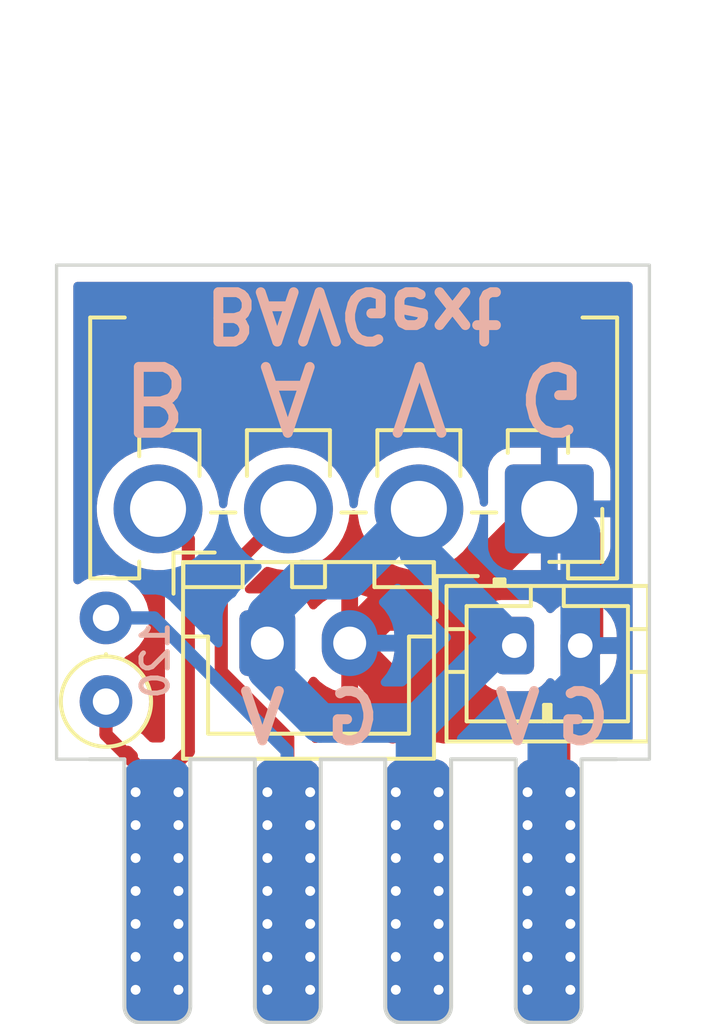
<source format=kicad_pcb>
(kicad_pcb (version 20211014) (generator pcbnew)
  (layers (0 "F.Cu" signal) (31 "B.Cu" signal) (34 "B.Paste" user) (35 "F.Paste" user) (36 "B.SilkS" user "B.Silkscreen") (37 "F.SilkS" user "F.Silkscreen") (38 "B.Mask" user) (39 "F.Mask" user) (44 "Edge.Cuts" user))
  (net 0 "")
  (net 1 "/G")
  (net 2 "/V")
  (net 3 "/A")
  (net 4 "/B")
  (footprint "Resistor_THT:R_Axial_DIN0207_L6.3mm_D2.5mm_P2.54mm_Vertical" (layer "F.Cu") (at 1.5 13.25 90)
    (fp_text reference "R1" hide)
    (fp_text value "120")
    (fp_line (start 1.37 0) (end 1.44 0) (layer "F.SilkS") (width 0.12))
    (fp_circle (center 0 0) (end 1.37 0) (layer "F.SilkS") (width 0.12) (fill none))
    (pad "1" thru_hole circle locked (at 0 0 90) (size 1.6 1.6) (drill 0.8) (layers *.Cu *.Mask) (net 4 "/B"))
    (pad "2" thru_hole oval locked (at 2.54 0 90) (size 1.6 1.6) (drill 0.8) (layers *.Cu *.Mask) (net 3 "/A"))
  )
  (footprint "Connector_JST:JST_XH_B2B-XH-A_1x02_P2.50mm_Vertical" (layer "F.Cu") (at 6.4 11.475)
    (fp_text reference "J4" hide)
    (fp_text value "Conn_01x02")
    (fp_line (start 5.05 -1.7) (end 5.05 -2.45) (layer "F.SilkS") (width 0.12))
    (fp_line (start 5.06 3.51) (end 5.06 -2.46) (layer "F.SilkS") (width 0.12))
    (fp_line (start -2.55 -2.45) (end -2.55 -1.7) (layer "F.SilkS") (width 0.12))
    (fp_line (start 5.06 -2.46) (end -2.56 -2.46) (layer "F.SilkS") (width 0.12))
    (fp_line (start -2.56 3.51) (end 5.06 3.51) (layer "F.SilkS") (width 0.12))
    (fp_line (start -2.55 -0.2) (end -1.8 -0.2) (layer "F.SilkS") (width 0.12))
    (fp_line (start -1.8 2.75) (end 1.25 2.75) (layer "F.SilkS") (width 0.12))
    (fp_line (start -2.55 -1.7) (end -0.75 -1.7) (layer "F.SilkS") (width 0.12))
    (fp_line (start 1.75 -1.7) (end 1.75 -2.45) (layer "F.SilkS") (width 0.12))
    (fp_line (start 0.75 -2.45) (end 0.75 -1.7) (layer "F.SilkS") (width 0.12))
    (fp_line (start 1.75 -2.45) (end 0.75 -2.45) (layer "F.SilkS") (width 0.12))
    (fp_line (start -1.8 -0.2) (end -1.8 2.75) (layer "F.SilkS") (width 0.12))
    (fp_line (start 4.3 -0.2) (end 4.3 2.75) (layer "F.SilkS") (width 0.12))
    (fp_line (start -0.75 -1.7) (end -0.75 -2.45) (layer "F.SilkS") (width 0.12))
    (fp_line (start 3.25 -2.45) (end 3.25 -1.7) (layer "F.SilkS") (width 0.12))
    (fp_line (start 5.05 -0.2) (end 4.3 -0.2) (layer "F.SilkS") (width 0.12))
    (fp_line (start 0.75 -1.7) (end 1.75 -1.7) (layer "F.SilkS") (width 0.12))
    (fp_line (start -1.6 -2.75) (end -2.85 -2.75) (layer "F.SilkS") (width 0.12))
    (fp_line (start -0.75 -2.45) (end -2.55 -2.45) (layer "F.SilkS") (width 0.12))
    (fp_line (start -2.85 -2.75) (end -2.85 -1.5) (layer "F.SilkS") (width 0.12))
    (fp_line (start 3.25 -1.7) (end 5.05 -1.7) (layer "F.SilkS") (width 0.12))
    (fp_line (start -2.56 -2.46) (end -2.56 3.51) (layer "F.SilkS") (width 0.12))
    (fp_line (start 5.05 -2.45) (end 3.25 -2.45) (layer "F.SilkS") (width 0.12))
    (fp_line (start 4.3 2.75) (end 1.25 2.75) (layer "F.SilkS") (width 0.12))
    (pad "1" thru_hole roundrect locked (at 0 0) (size 1.7 2) (drill 1) (layers *.Cu *.Mask) (roundrect_rratio 0.1470588235) (net 2 "/V"))
    (pad "2" thru_hole oval locked (at 2.5 0) (size 1.7 2) (drill 1) (layers *.Cu *.Mask) (net 1 "/G"))
  )
  (footprint "Connector_JST:JST_PH_B2B-PH-K_1x02_P2.00mm_Vertical" (layer "F.Cu") (at 13.9 11.55)
    (fp_text reference "J3" hide)
    (fp_text value "Conn_01x02")
    (fp_line (start 3.45 -1.2) (end 1.5 -1.2) (layer "F.SilkS") (width 0.12))
    (fp_line (start 1 2.3) (end 1 1.8) (layer "F.SilkS") (width 0.12))
    (fp_line (start -1.45 2.3) (end 3.45 2.3) (layer "F.SilkS") (width 0.12))
    (fp_line (start -2.06 2.91) (end 4.06 2.91) (layer "F.SilkS") (width 0.12))
    (fp_line (start -2.06 -1.81) (end -2.06 2.91) (layer "F.SilkS") (width 0.12))
    (fp_line (start -2.06 0.8) (end -1.45 0.8) (layer "F.SilkS") (width 0.12))
    (fp_line (start -1.11 -2.11) (end -2.36 -2.11) (layer "F.SilkS") (width 0.12))
    (fp_line (start 0.5 -1.81) (end 0.5 -1.2) (layer "F.SilkS") (width 0.12))
    (fp_line (start 3.45 2.3) (end 3.45 -1.2) (layer "F.SilkS") (width 0.12))
    (fp_line (start 4.06 -0.5) (end 3.45 -0.5) (layer "F.SilkS") (width 0.12))
    (fp_line (start -0.3 -2.01) (end -0.6 -2.01) (layer "F.SilkS") (width 0.12))
    (fp_line (start -0.3 -1.81) (end -0.3 -2.01) (layer "F.SilkS") (width 0.12))
    (fp_line (start 1.1 1.8) (end 1.1 2.3) (layer "F.SilkS") (width 0.12))
    (fp_line (start 0.9 1.8) (end 1.1 1.8) (layer "F.SilkS") (width 0.12))
    (fp_line (start -2.36 -2.11) (end -2.36 -0.86) (layer "F.SilkS") (width 0.12))
    (fp_line (start 4.06 -1.81) (end -2.06 -1.81) (layer "F.SilkS") (width 0.12))
    (fp_line (start 1.5 -1.2) (end 1.5 -1.81) (layer "F.SilkS") (width 0.12))
    (fp_line (start 0.9 2.3) (end 0.9 1.8) (layer "F.SilkS") (width 0.12))
    (fp_line (start -0.3 -1.91) (end -0.6 -1.91) (layer "F.SilkS") (width 0.12))
    (fp_line (start 4.06 0.8) (end 3.45 0.8) (layer "F.SilkS") (width 0.12))
    (fp_line (start -2.06 -0.5) (end -1.45 -0.5) (layer "F.SilkS") (width 0.12))
    (fp_line (start -1.45 -1.2) (end -1.45 2.3) (layer "F.SilkS") (width 0.12))
    (fp_line (start 4.06 2.91) (end 4.06 -1.81) (layer "F.SilkS") (width 0.12))
    (fp_line (start 0.5 -1.2) (end -1.45 -1.2) (layer "F.SilkS") (width 0.12))
    (fp_line (start -0.6 -2.01) (end -0.6 -1.81) (layer "F.SilkS") (width 0.12))
    (pad "1" thru_hole roundrect locked (at 0 0) (size 1.2 1.75) (drill 0.75) (layers *.Cu *.Mask) (roundrect_rratio 0.2083333333) (net 2 "/V"))
    (pad "2" thru_hole oval locked (at 2 0) (size 1.2 1.75) (drill 0.75) (layers *.Cu *.Mask) (net 1 "/G"))
  )
  (footprint "akita:CON_BAVG" (layer "F.Cu") (at 9 19 180)
    (fp_text reference "J2" hide)
    (fp_text value "Conn_01x04")
    (fp_line (start 2.98 -3.5) (end 2.98 4) (layer "Edge.Cuts") (width 0.12))
    (fp_line (start 6.94 4) (end 8 4) (layer "Edge.Cuts") (width 0.12))
    (fp_line (start -4.94 4) (end -2.98 4) (layer "Edge.Cuts") (width 0.12))
    (fp_line (start -2.48 -4) (end -1.48 -4) (layer "Edge.Cuts") (width 0.12))
    (fp_line (start 1.48 -4) (end 2.48 -4) (layer "Edge.Cuts") (width 0.12))
    (fp_line (start 2.98 4) (end 4.94 4) (layer "Edge.Cuts") (width 0.12))
    (fp_line (start -8 4) (end -6.95 4) (layer "Edge.Cuts") (width 0.12))
    (fp_line (start -4.94 -3.5) (end -4.94 4) (layer "Edge.Cuts") (width 0.12))
    (fp_line (start 4.94 4) (end 4.94 -3.5) (layer "Edge.Cuts") (width 0.12))
    (fp_line (start 0.98 4) (end 0.98 -3.5) (layer "Edge.Cuts") (width 0.12))
    (fp_line (start 5.44 -4) (end 6.44 -4) (layer "Edge.Cuts") (width 0.12))
    (fp_line (start -2.98 4) (end -2.98 -3.5) (layer "Edge.Cuts") (width 0.12))
    (fp_line (start -6.44 -4) (end -5.41 -4) (layer "Edge.Cuts") (width 0.12))
    (fp_line (start -6.94 4) (end -6.94 -3.5) (layer "Edge.Cuts") (width 0.12))
    (fp_line (start 6.94 -3.5) (end 6.94 4) (layer "Edge.Cuts") (width 0.12))
    (fp_line (start -0.98 -3.5) (end -0.98 4) (layer "Edge.Cuts") (width 0.12))
    (fp_line (start -0.98 4) (end 0.98 4) (layer "Edge.Cuts") (width 0.12))
    (fp_arc (start 4.94 -3.5) (mid 5.086447 -3.853553) (end 5.44 -4) (layer "Edge.Cuts") (width 0.12))
    (fp_arc (start -6.94 -3.5) (mid -6.793553 -3.853553) (end -6.44 -4) (layer "Edge.Cuts") (width 0.12))
    (fp_arc (start 2.48 -4) (mid 2.833553 -3.853553) (end 2.98 -3.5) (layer "Edge.Cuts") (width 0.12))
    (fp_arc (start -1.48 -4) (mid -1.126447 -3.853553) (end -0.98 -3.5) (layer "Edge.Cuts") (width 0.12))
    (fp_arc (start -5.44 -4) (mid -5.086447 -3.853553) (end -4.94 -3.5) (layer "Edge.Cuts") (width 0.12))
    (fp_arc (start 6.44 -4) (mid 6.793553 -3.853553) (end 6.94 -3.5) (layer "Edge.Cuts") (width 0.12))
    (fp_arc (start 0.98 -3.5) (mid 1.126447 -3.853553) (end 1.48 -4) (layer "Edge.Cuts") (width 0.12))
    (fp_arc (start -2.98 -3.5) (mid -2.833553 -3.853553) (end -2.48 -4) (layer "Edge.Cuts") (width 0.12))
    (pad "1" thru_hole circle (at -6.6 -3 180) (size 0.6 0.6) (drill 0.3) (layers *.Cu *.Mask) (net 1 "/G"))
    (pad "1" thru_hole circle (at -6.6 -2 180) (size 0.6 0.6) (drill 0.3) (layers *.Cu *.Mask) (net 1 "/G"))
    (pad "1" thru_hole circle (at -5.3 3 180) (size 0.6 0.6) (drill 0.3) (layers *.Cu *.Mask) (net 1 "/G"))
    (pad "1" thru_hole circle (at -6.6 3 180) (size 0.6 0.6) (drill 0.3) (layers *.Cu *.Mask) (net 1 "/G"))
    (pad "1" smd roundrect (at -5.94 0) (size 2 8) (layers "F.Cu" "F.Paste" "F.Mask") (net 1 "/G"))
    (pad "1" thru_hole circle (at -6.6 -1 180) (size 0.6 0.6) (drill 0.3) (layers *.Cu *.Mask) (net 1 "/G"))
    (pad "1" thru_hole circle (at -6.6 0 180) (size 0.6 0.6) (drill 0.3) (layers *.Cu *.Mask) (net 1 "/G"))
    (pad "1" thru_hole circle (at -5.3 2 180) (size 0.6 0.6) (drill 0.3) (layers *.Cu *.Mask) (net 1 "/G"))
    (pad "1" smd roundrect (at -5.94 0) (size 2 8) (layers "B.Cu" "B.Paste" "B.Mask") (net 1 "/G"))
    (pad "1" thru_hole circle (at -6.6 1 180) (size 0.6 0.6) (drill 0.3) (layers *.Cu *.Mask) (net 1 "/G"))
    (pad "1" thru_hole circle (at -5.3 -2 180) (size 0.6 0.6) (drill 0.3) (layers *.Cu *.Mask) (net 1 "/G"))
    (pad "1" thru_hole circle (at -5.3 1 180) (size 0.6 0.6) (drill 0.3) (layers *.Cu *.Mask) (net 1 "/G"))
    (pad "1" thru_hole circle (at -5.3 -1 180) (size 0.6 0.6) (drill 0.3) (layers *.Cu *.Mask) (net 1 "/G"))
    (pad "1" thru_hole circle (at -6.6 2 180) (size 0.6 0.6) (drill 0.3) (layers *.Cu *.Mask) (net 1 "/G"))
    (pad "1" thru_hole circle (at -5.3 0 180) (size 0.6 0.6) (drill 0.3) (layers *.Cu *.Mask) (net 1 "/G"))
    (pad "1" thru_hole circle (at -5.3 -3 180) (size 0.6 0.6) (drill 0.3) (layers *.Cu *.Mask) (net 1 "/G"))
    (pad "2" thru_hole circle (at -2.6 -2 180) (size 0.6 0.6) (drill 0.3) (layers *.Cu *.Mask) (net 2 "/V"))
    (pad "2" thru_hole circle (at -1.3 3 180) (size 0.6 0.6) (drill 0.3) (layers *.Cu *.Mask) (net 2 "/V"))
    (pad "2" thru_hole circle (at -1.3 0 180) (size 0.6 0.6) (drill 0.3) (layers *.Cu *.Mask) (net 2 "/V"))
    (pad "2" thru_hole circle (at -2.6 2 180) (size 0.6 0.6) (drill 0.3) (layers *.Cu *.Mask) (net 2 "/V"))
    (pad "2" thru_hole circle (at -2.6 1 180) (size 0.6 0.6) (drill 0.3) (layers *.Cu *.Mask) (net 2 "/V"))
    (pad "2" thru_hole circle (at -1.3 -1 180) (size 0.6 0.6) (drill 0.3) (layers *.Cu *.Mask) (net 2 "/V"))
    (pad "2" thru_hole circle (at -2.6 3 180) (size 0.6 0.6) (drill 0.3) (layers *.Cu *.Mask) (net 2 "/V"))
    (pad "2" thru_hole circle (at -2.6 -1 180) (size 0.6 0.6) (drill 0.3) (layers *.Cu *.Mask) (net 2 "/V"))
    (pad "2" thru_hole circle (at -1.3 -2 180) (size 0.6 0.6) (drill 0.3) (layers *.Cu *.Mask) (net 2 "/V"))
    (pad "2" smd roundrect (at -1.98 0) (size 2 8) (layers "F.Cu" "F.Paste" "F.Mask") (net 2 "/V"))
    (pad "2" thru_hole circle (at -2.6 0 180) (size 0.6 0.6) (drill 0.3) (layers *.Cu *.Mask) (net 2 "/V"))
    (pad "2" thru_hole circle (at -1.3 2 180) (size 0.6 0.6) (drill 0.3) (layers *.Cu *.Mask) (net 2 "/V"))
    (pad "2" smd roundrect (at -1.98 0) (size 2 8) (layers "B.Cu" "B.Paste" "B.Mask") (net 2 "/V"))
    (pad "2" thru_hole circle (at -1.3 1 180) (size 0.6 0.6) (drill 0.3) (layers *.Cu *.Mask) (net 2 "/V"))
    (pad "2" thru_hole circle (at -2.6 -3 180) (size 0.6 0.6) (drill 0.3) (layers *.Cu *.Mask) (net 2 "/V"))
    (pad "2" thru_hole circle (at -1.3 -3 180) (size 0.6 0.6) (drill 0.3) (layers *.Cu *.Mask) (net 2 "/V"))
    (pad "3" thru_hole circle (at 2.6 2 180) (size 0.6 0.6) (drill 0.3) (layers *.Cu *.Mask) (net 3 "/A"))
    (pad "3" thru_hole circle (at 2.6 -3 180) (size 0.6 0.6) (drill 0.3) (layers *.Cu *.Mask) (net 3 "/A"))
    (pad "3" thru_hole circle (at 2.6 -2 180) (size 0.6 0.6) (drill 0.3) (layers *.Cu *.Mask) (net 3 "/A"))
    (pad "3" thru_hole circle (at 1.3 -1 180) (size 0.6 0.6) (drill 0.3) (layers *.Cu *.Mask) (net 3 "/A"))
    (pad "3" thru_hole circle (at 1.3 -2 180) (size 0.6 0.6) (drill 0.3) (layers *.Cu *.Mask) (net 3 "/A"))
    (pad "3" thru_hole circle (at 2.6 3 180) (size 0.6 0.6) (drill 0.3) (layers *.Cu *.Mask) (net 3 "/A"))
    (pad "3" smd roundrect (at 1.98 0) (size 2 8) (layers "B.Cu" "B.Paste" "B.Mask") (net 3 "/A"))
    (pad "3" thru_hole circle (at 1.3 3 180) (size 0.6 0.6) (drill 0.3) (layers *.Cu *.Mask) (net 3 "/A"))
    (pad "3" thru_hole circle (at 2.6 0 180) (size 0.6 0.6) (drill 0.3) (layers *.Cu *.Mask) (net 3 "/A"))
    (pad "3" thru_hole circle (at 1.3 -3 180) (size 0.6 0.6) (drill 0.3) (layers *.Cu *.Mask) (net 3 "/A"))
    (pad "3" thru_hole circle (at 1.3 1 180) (size 0.6 0.6) (drill 0.3) (layers *.Cu *.Mask) (net 3 "/A"))
    (pad "3" thru_hole circle (at 1.3 2 180) (size 0.6 0.6) (drill 0.3) (layers *.Cu *.Mask) (net 3 "/A"))
    (pad "3" thru_hole circle (at 2.6 -1 180) (size 0.6 0.6) (drill 0.3) (layers *.Cu *.Mask) (net 3 "/A"))
    (pad "3" smd roundrect (at 1.98 0) (size 2 8) (layers "F.Cu" "F.Paste" "F.Mask") (net 3 "/A"))
    (pad "3" thru_hole circle (at 2.6 1 180) (size 0.6 0.6) (drill 0.3) (layers *.Cu *.Mask) (net 3 "/A"))
    (pad "3" thru_hole circle (at 1.3 0 180) (size 0.6 0.6) (drill 0.3) (layers *.Cu *.Mask) (net 3 "/A"))
    (pad "4" smd roundrect (at 5.94 0) (size 2 8) (layers "B.Cu" "B.Paste" "B.Mask") (net 4 "/B"))
    (pad "4" thru_hole circle (at 5.3 0 180) (size 0.6 0.6) (drill 0.3) (layers *.Cu *.Mask) (net 4 "/B"))
    (pad "4" thru_hole circle (at 5.3 3 180) (size 0.6 0.6) (drill 0.3) (layers *.Cu *.Mask) (net 4 "/B"))
    (pad "4" thru_hole circle (at 5.3 -2 180) (size 0.6 0.6) (drill 0.3) (layers *.Cu *.Mask) (net 4 "/B"))
    (pad "4" thru_hole circle (at 5.3 1 180) (size 0.6 0.6) (drill 0.3) (layers *.Cu *.Mask) (net 4 "/B"))
    (pad "4" smd roundrect (at 5.94 0) (size 2 8) (layers "F.Cu" "F.Paste" "F.Mask") (net 4 "/B"))
    (pad "4" thru_hole circle (at 6.6 1 180) (size 0.6 0.6) (drill 0.3) (layers *.Cu *.Mask) (net 4 "/B"))
    (pad "4" thru_hole circle (at 6.6 0 180) (size 0.6 0.6) (drill 0.3) (layers *.Cu *.Mask) (net 4 "/B"))
    (pad "4" thru_hole circle (at 5.3 -1 180) (size 0.6 0.6) (drill 0.3) (layers *.Cu *.Mask) (net 4 "/B"))
    (pad "4" thru_hole circle (at 6.6 -2 180) (size 0.6 0.6) (drill 0.3) (layers *.Cu *.Mask) (net 4 "/B"))
    (pad "4" thru_hole circle (at 6.6 -1 180) (size 0.6 0.6) (drill 0.3) (layers *.Cu *.Mask) (net 4 "/B"))
    (pad "4" thru_hole circle (at 6.6 2 180) (size 0.6 0.6) (drill 0.3) (layers *.Cu *.Mask) (net 4 "/B"))
    (pad "4" thru_hole circle (at 5.3 -3 180) (size 0.6 0.6) (drill 0.3) (layers *.Cu *.Mask) (net 4 "/B"))
    (pad "4" thru_hole circle (at 5.3 2 180) (size 0.6 0.6) (drill 0.3) (layers *.Cu *.Mask) (net 4 "/B"))
    (pad "4" thru_hole circle (at 6.6 -3 180) (size 0.6 0.6) (drill 0.3) (layers *.Cu *.Mask) (net 4 "/B"))
    (pad "4" thru_hole circle (at 6.6 3 180) (size 0.6 0.6) (drill 0.3) (layers *.Cu *.Mask) (net 4 "/B"))
  )
  (footprint "Connector_JST:JST_VH_S4P-VH_1x04_P3.96mm_Horizontal" (layer "F.Cu") (at 14.96 7.4 180)
    (fp_text reference "J1" hide)
    (fp_text value "Conn_01x04")
    (fp_line (start 1.61 -0.11) (end 2.35 -0.11) (layer "F.SilkS") (width 0.12))
    (fp_line (start 10.62 1) (end 10.62 2.39) (layer "F.SilkS") (width 0.12))
    (fp_line (start 6.66 2.39) (end 9.18 2.39) (layer "F.SilkS") (width 0.12))
    (fp_line (start -0.57 -2.11) (end -0.57 -1.61) (layer "F.SilkS") (width 0.12))
    (fp_line (start 2.7 1) (end 2.7 2.39) (layer "F.SilkS") (width 0.12))
    (fp_line (start 10.62 2.39) (end 12.46 2.39) (layer "F.SilkS") (width 0.12))
    (fp_line (start 5.22 2.39) (end 5.22 1) (layer "F.SilkS") (width 0.12))
    (fp_line (start 12.45 -1.6) (end 12.45 -2.11) (layer "F.SilkS") (width 0.12))
    (fp_line (start 5.57 -0.11) (end 6.31 -0.11) (layer "F.SilkS") (width 0.12))
    (fp_line (start 2.7 2.39) (end 5.22 2.39) (layer "F.SilkS") (width 0.12))
    (fp_line (start 6.66 1) (end 6.66 2.39) (layer "F.SilkS") (width 0.12))
    (fp_line (start -2.06 5.81) (end -2.06 -2.11) (layer "F.SilkS") (width 0.12))
    (fp_line (start 13.94 -2.11) (end 13.94 5.81) (layer "F.SilkS") (width 0.12))
    (fp_line (start 0 -1.61) (end -1.61 -1.61) (layer "F.SilkS") (width 0.12))
    (fp_line (start 1.26 2.39) (end 1.26 1.7) (layer "F.SilkS") (width 0.12))
    (fp_line (start -1.01 5.81) (end -2.06 5.81) (layer "F.SilkS") (width 0.12))
    (fp_line (start 9.53 -0.11) (end 10.27 -0.11) (layer "F.SilkS") (width 0.12))
    (fp_line (start 9.18 2.39) (end 9.18 1) (layer "F.SilkS") (width 0.12))
    (fp_line (start -2.06 -2.11) (end -0.57 -2.11) (layer "F.SilkS") (width 0.12))
    (fp_line (start -1.61 -1.61) (end -1.61 0) (layer "F.SilkS") (width 0.12))
    (fp_line (start -0.57 1.7) (end -0.57 2.39) (layer "F.SilkS") (width 0.12))
    (fp_line (start -0.58 2.39) (end 1.26 2.39) (layer "F.SilkS") (width 0.12))
    (fp_line (start 12.45 -2.11) (end 13.94 -2.11) (layer "F.SilkS") (width 0.12))
    (fp_line (start 13.94 5.81) (end 12.89 5.81) (layer "F.SilkS") (width 0.12))
    (fp_line (start 12.45 2.39) (end 12.45 1.6) (layer "F.SilkS") (width 0.12))
    (pad "1" thru_hole roundrect (at 0 0 180) (size 2.7 2.7) (drill 1.7) (layers *.Cu *.Mask) (roundrect_rratio 0.09259296296) (net 1 "/G"))
    (pad "2" thru_hole circle (at 3.96 0 180) (size 2.7 2.7) (drill 1.7) (layers *.Cu *.Mask) (net 2 "/V"))
    (pad "3" thru_hole circle (at 7.92 0 180) (size 2.7 2.7) (drill 1.7) (layers *.Cu *.Mask) (net 3 "/A"))
    (pad "4" thru_hole circle (at 11.88 0 180) (size 2.7 2.7) (drill 1.7) (layers *.Cu *.Mask) (net 4 "/B"))
  )
  (gr_line (start 0 0) (end 0 15) (layer "Edge.Cuts") (width 0.1))
  (gr_line (start 18 0) (end 18 15) (layer "Edge.Cuts") (width 0.1))
  (gr_line (start 0 0) (end 18 0) (layer "Edge.Cuts") (width 0.1))
  (gr_line (start 0 15) (end 1 15) (layer "Edge.Cuts") (width 0.1))
  (gr_line (start 18 15) (end 17 15) (layer "Edge.Cuts") (width 0.1))
  (gr_text "G" (at 16 13.75) (layer "B.SilkS") (effects (font (size 1.5 1.5) (thickness 0.3)) (justify mirror)))
  (gr_text "V" (at 11.02 4 180) (layer "B.SilkS") (effects (font (size 2 2) (thickness 0.3)) (justify mirror)))
  (gr_text "G" (at 9 13.75) (layer "B.SilkS") (effects (font (size 1.5 1.5) (thickness 0.3)) (justify mirror)))
  (gr_text "120" (at 3 12 90) (layer "B.SilkS") (effects (font (size 0.8 0.8)) (justify mirror)))
  (gr_text "A" (at 7.02 4 180) (layer "B.SilkS") (effects (font (size 2 2) (thickness 0.3)) (justify mirror)))
  (gr_text "B" (at 3.02 4 180) (layer "B.SilkS") (effects (font (size 2 2) (thickness 0.3)) (justify mirror)))
  (gr_text "BAVGext" (at 9.02 1.5 180) (layer "B.SilkS") (effects (font (size 1.5 1.5) (thickness 0.3)) (justify mirror)))
  (gr_text "V" (at 14 13.75) (layer "B.SilkS") (effects (font (size 1.5 1.5) (thickness 0.3)) (justify mirror)))
  (gr_text "V" (at 6.25 13.75) (layer "B.SilkS") (effects (font (size 1.5 1.5) (thickness 0.3)) (justify mirror)))
  (gr_text "G" (at 15.02 4 180) (layer "B.SilkS") (effects (font (size 2 2) (thickness 0.3)) (justify mirror)))
  (segment (start 9.875 10.5) (end 11.75 10.5) (width 1.2) (layer "F.Cu") (net 1))
  (segment (start 15 13.75) (end 15 16) (width 1.2) (layer "F.Cu") (net 1))
  (segment (start 15.9 11.55) (end 15.9 12.85) (width 1.2) (layer "F.Cu") (net 1))
  (segment (start 11.75 10.5) (end 15 7.25) (width 1.2) (layer "F.Cu") (net 1))
  (segment (start 11 13.75) (end 8.75 11.5) (width 1.2) (layer "F.Cu") (net 1))
  (segment (start 16 8.44) (end 16 11.5) (width 1.2) (layer "F.Cu") (net 1))
  (segment (start 15.9 12.85) (end 15 13.75) (width 1.2) (layer "F.Cu") (net 1))
  (segment (start 8.9 11.475) (end 9.875 10.5) (width 1.2) (layer "F.Cu") (net 1))
  (segment (start 14.96 7.4) (end 16 8.44) (width 1.2) (layer "F.Cu") (net 1))
  (segment (start 15 13.75) (end 11 13.75) (width 1.2) (layer "F.Cu") (net 1))
  (segment (start 15.9 8.1) (end 14.9 7.1) (width 1.2) (layer "B.Cu") (net 1))
  (segment (start 14.9 13.7) (end 14.9 16.6) (width 1.2) (layer "B.Cu") (net 1))
  (segment (start 15.9 12.7) (end 14.9 13.7) (width 1.2) (layer "B.Cu") (net 1))
  (segment (start 15.9 11.55) (end 15.9 8.1) (width 1.2) (layer "B.Cu") (net 1))
  (segment (start 15.9 11.55) (end 15.9 12.7) (width 1.2) (layer "B.Cu") (net 1))
  (segment (start 11 7.4) (end 11 8.7) (width 1.2) (layer "B.Cu") (net 2))
  (segment (start 7.450489 9.549511) (end 8.850489 9.549511) (width 1.2) (layer "B.Cu") (net 2))
  (segment (start 6.4 12.3) (end 8 13.9) (width 1.2) (layer "B.Cu") (net 2))
  (segment (start 13.9 11.55) (end 13.35 11.55) (width 1.2) (layer "B.Cu") (net 2))
  (segment (start 10.7 13.9) (end 10.9 14.1) (width 1.2) (layer "B.Cu") (net 2))
  (segment (start 11 8.7) (end 13.9 11.6) (width 1.2) (layer "B.Cu") (net 2))
  (segment (start 6.4 11.475) (end 6.4 12.3) (width 1.2) (layer "B.Cu") (net 2))
  (segment (start 6.4 10.6) (end 7.450489 9.549511) (width 1.2) (layer "B.Cu") (net 2))
  (segment (start 10.9 14.1) (end 10.9 16.7) (width 1.2) (layer "B.Cu") (net 2))
  (segment (start 13.35 11.55) (end 10.9 14) (width 1.2) (layer "B.Cu") (net 2))
  (segment (start 8 13.9) (end 10.7 13.9) (width 1.2) (layer "B.Cu") (net 2))
  (segment (start 10.9 14) (end 10.9 15.1) (width 1.2) (layer "B.Cu") (net 2))
  (segment (start 6.4 11.475) (end 6.4 10.6) (width 1.2) (layer "B.Cu") (net 2))
  (segment (start 8.850489 9.549511) (end 11 7.4) (width 1.2) (layer "B.Cu") (net 2))
  (segment (start 5 9.5) (end 7 7.5) (width 0.4) (layer "F.Cu") (net 3))
  (segment (start 7.02 19) (end 7.02 14.363559) (width 0.4) (layer "F.Cu") (net 3))
  (segment (start 5 12.343559) (end 5 9.5) (width 0.4) (layer "F.Cu") (net 3))
  (segment (start 7.02 14.363559) (end 5 12.343559) (width 0.4) (layer "F.Cu") (net 3))
  (segment (start 7 14.75) (end 7 17.75) (width 0.4) (layer "B.Cu") (net 3))
  (segment (start 1.5 10.71) (end 2.96 10.71) (width 0.4) (layer "B.Cu") (net 3))
  (segment (start 2.96 10.71) (end 7 14.75) (width 0.4) (layer "B.Cu") (net 3))
  (segment (start 3.08 7.4) (end 4 8.32) (width 0.4) (layer "F.Cu") (net 4))
  (segment (start 2.26952 15.01952) (end 2.26952 14.913214) (width 0.4) (layer "F.Cu") (net 4))
  (segment (start 3.06 19) (end 3.06 15.81) (width 0.4) (layer "F.Cu") (net 4))
  (segment (start 2.26952 14.913214) (end 2.146786 14.79048) (width 0.4) (layer "F.Cu") (net 4))
  (segment (start 2.146786 14.79048) (end 2.04048 14.79048) (width 0.4) (layer "F.Cu") (net 4))
  (segment (start 1.5 14.25) (end 1.5 13.25) (width 0.4) (layer "F.Cu") (net 4))
  (segment (start 4 14.763694) (end 3 15.763694) (width 0.4) (layer "F.Cu") (net 4))
  (segment (start 4 8.32) (end 4 14.763694) (width 0.4) (layer "F.Cu") (net 4))
  (segment (start 3.06 15.81) (end 2.26952 15.01952) (width 0.4) (layer "F.Cu") (net 4))
  (segment (start 2.04048 14.79048) (end 1.5 14.25) (width 0.4) (layer "F.Cu") (net 4))
  (segment (start 3 15.763694) (end 3 18) (width 0.4) (layer "F.Cu") (net 4))
  (zone (net 1) (net_name "/G") (layers F&B.Cu) (connect_pads (clearance 0.508)) (min_thickness 0.254) (fill yes (thermal_gap 0.508) (thermal_bridge_width 0.508))
    (polygon (pts (xy 18 15) (xy 0 15) (xy 0 0) (xy 18 0)))
  )
)
</source>
